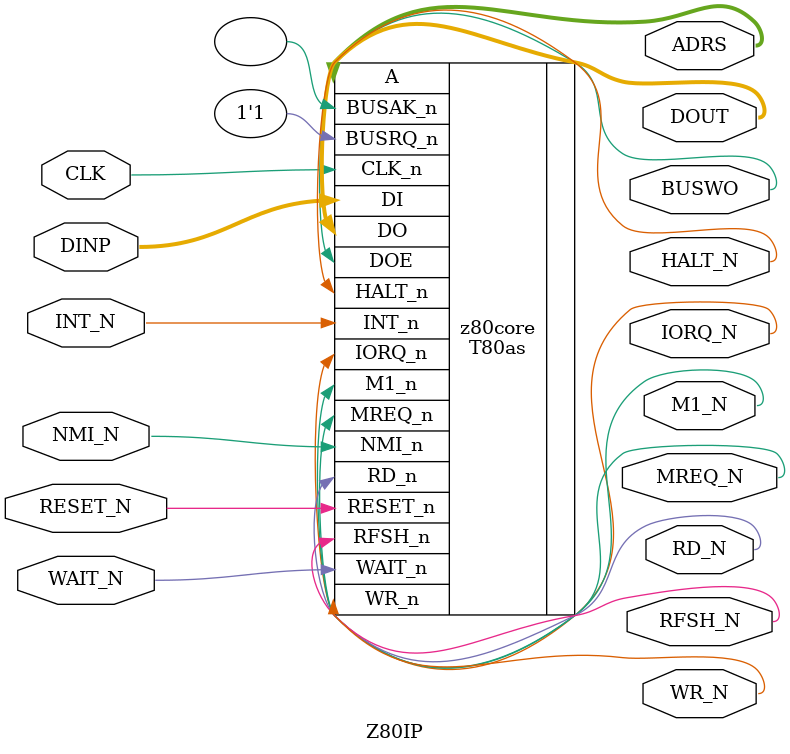
<source format=v>

module Z80IP(

ADRS,
DINP,
DOUT,
BUSWO,
RESET_N,
INT_N,
NMI_N,
WAIT_N,
M1_N,
MREQ_N,
IORQ_N,
RD_N,	
WR_N,
RFSH_N,
HALT_N,
CLK

);

// I/O assign
output [15:0]ADRS;
input  [7:0] DINP;
output [7:0] DOUT;
input  RESET_N,INT_N,NMI_N,WAIT_N,CLK;
output M1_N,MREQ_N,IORQ_N,RD_N,WR_N,RFSH_N,HALT_N,BUSWO;

// Z80IP interface
T80as z80core (

.RESET_n(RESET_N),
.CLK_n(CLK),
.WAIT_n(WAIT_N),
.INT_n(INT_N),
.NMI_n(NMI_N),
.BUSRQ_n(1'b1),
.M1_n(M1_N),
.MREQ_n(MREQ_N),
.IORQ_n(IORQ_N),
.RD_n(RD_N),
.WR_n(WR_N),
.RFSH_n(RFSH_N),
.HALT_n(HALT_N),
.BUSAK_n(),
.A(ADRS),
.DI(DINP),
.DO(DOUT),
.DOE(BUSWO)

);

endmodule


</source>
